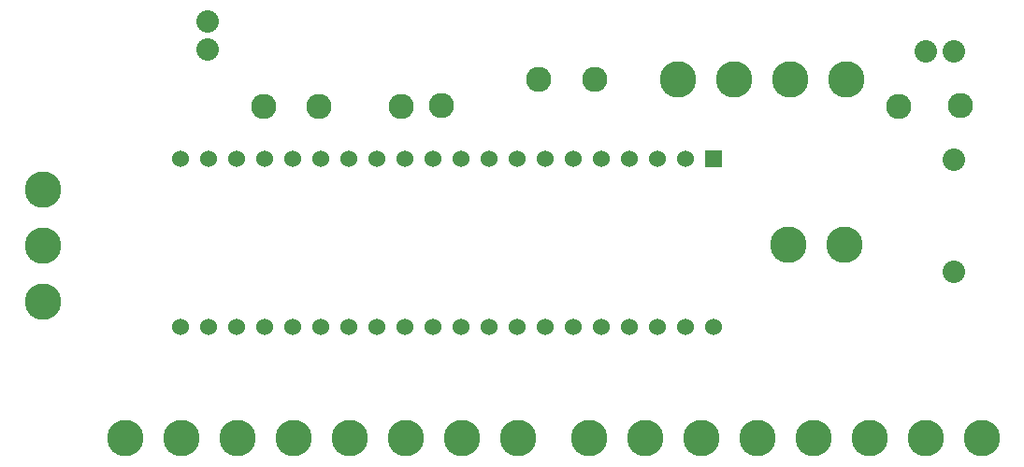
<source format=gbr>
G04 PROTEUS GERBER X2 FILE*
%TF.GenerationSoftware,Labcenter,Proteus,8.6-SP2-Build23525*%
%TF.CreationDate,2018-03-22T21:58:14+00:00*%
%TF.FileFunction,Soldermask,Bot*%
%TF.FilePolarity,Negative*%
%TF.Part,Single*%
%FSLAX45Y45*%
%MOMM*%
G01*
%TA.AperFunction,Material*%
%ADD18C,2.032000*%
%ADD19C,3.302000*%
%AMPPAD010*
4,1,36,
0.635000,-0.762000,
-0.635000,-0.762000,
-0.660970,-0.759470,
-0.684980,-0.752200,
-0.706580,-0.740650,
-0.725290,-0.725290,
-0.740650,-0.706570,
-0.752200,-0.684980,
-0.759470,-0.660970,
-0.762000,-0.635000,
-0.762000,0.635000,
-0.759470,0.660970,
-0.752200,0.684980,
-0.740650,0.706570,
-0.725290,0.725290,
-0.706580,0.740650,
-0.684980,0.752200,
-0.660970,0.759470,
-0.635000,0.762000,
0.635000,0.762000,
0.660970,0.759470,
0.684980,0.752200,
0.706580,0.740650,
0.725290,0.725290,
0.740650,0.706570,
0.752200,0.684980,
0.759470,0.660970,
0.762000,0.635000,
0.762000,-0.635000,
0.759470,-0.660970,
0.752200,-0.684980,
0.740650,-0.706570,
0.725290,-0.725290,
0.706580,-0.740650,
0.684980,-0.752200,
0.660970,-0.759470,
0.635000,-0.762000,
0*%
%TA.AperFunction,Material*%
%ADD70PPAD010*%
%ADD71C,1.524000*%
%TA.AperFunction,Material*%
%ADD20C,2.286000*%
%TD.AperFunction*%
D18*
X-3004000Y+1266000D03*
X-3004000Y+1520000D03*
X+3496000Y+1250000D03*
X+3750000Y+1250000D03*
D19*
X+2250000Y-500000D03*
X+2758000Y-500000D03*
D70*
X+1576000Y+274000D03*
D71*
X+1322000Y+274000D03*
X+1068000Y+274000D03*
X+814000Y+274000D03*
X+560000Y+274000D03*
X+306000Y+274000D03*
X+52000Y+274000D03*
X-202000Y+274000D03*
X-456000Y+274000D03*
X-710000Y+274000D03*
X-964000Y+274000D03*
X-1218000Y+274000D03*
X-1472000Y+274000D03*
X-1726000Y+274000D03*
X-1980000Y+274000D03*
X-2234000Y+274000D03*
X-2488000Y+274000D03*
X-2742000Y+274000D03*
X-2996000Y+274000D03*
X-3250000Y+274000D03*
X-3250000Y-1250000D03*
X-2996000Y-1250000D03*
X-2742000Y-1250000D03*
X-2488000Y-1250000D03*
X-2234000Y-1250000D03*
X-1980000Y-1250000D03*
X-1726000Y-1250000D03*
X-1472000Y-1250000D03*
X-1218000Y-1250000D03*
X-964000Y-1250000D03*
X-710000Y-1250000D03*
X-456000Y-1250000D03*
X-202000Y-1250000D03*
X+52000Y-1250000D03*
X+306000Y-1250000D03*
X+560000Y-1250000D03*
X+814000Y-1250000D03*
X+1068000Y-1250000D03*
X+1322000Y-1250000D03*
X+1576000Y-1250000D03*
D18*
X+3750000Y-750000D03*
X+3750000Y+266000D03*
D20*
X+500000Y+1000000D03*
X-8000Y+1000000D03*
X-2500000Y+750000D03*
D19*
X+4000000Y-2250000D03*
X+3492000Y-2250000D03*
X+2984000Y-2250000D03*
X+2476000Y-2250000D03*
X+1968000Y-2250000D03*
X+1460000Y-2250000D03*
X+952000Y-2250000D03*
X+444000Y-2250000D03*
X+1250000Y+1000000D03*
X+1758000Y+1000000D03*
X+2266000Y+1000000D03*
X+2774000Y+1000000D03*
X-3750000Y-2250000D03*
X-3242000Y-2250000D03*
X-2734000Y-2250000D03*
X-2226000Y-2250000D03*
X-1718000Y-2250000D03*
X-1210000Y-2250000D03*
X-702000Y-2250000D03*
X-194000Y-2250000D03*
D20*
X-1250000Y+750000D03*
X-889000Y+762000D03*
D19*
X-4500000Y+0D03*
X-4500000Y-508000D03*
X-4500000Y-1016000D03*
D20*
X+3810000Y+762000D03*
X+3250000Y+750000D03*
X-2000000Y+750000D03*
M02*

</source>
